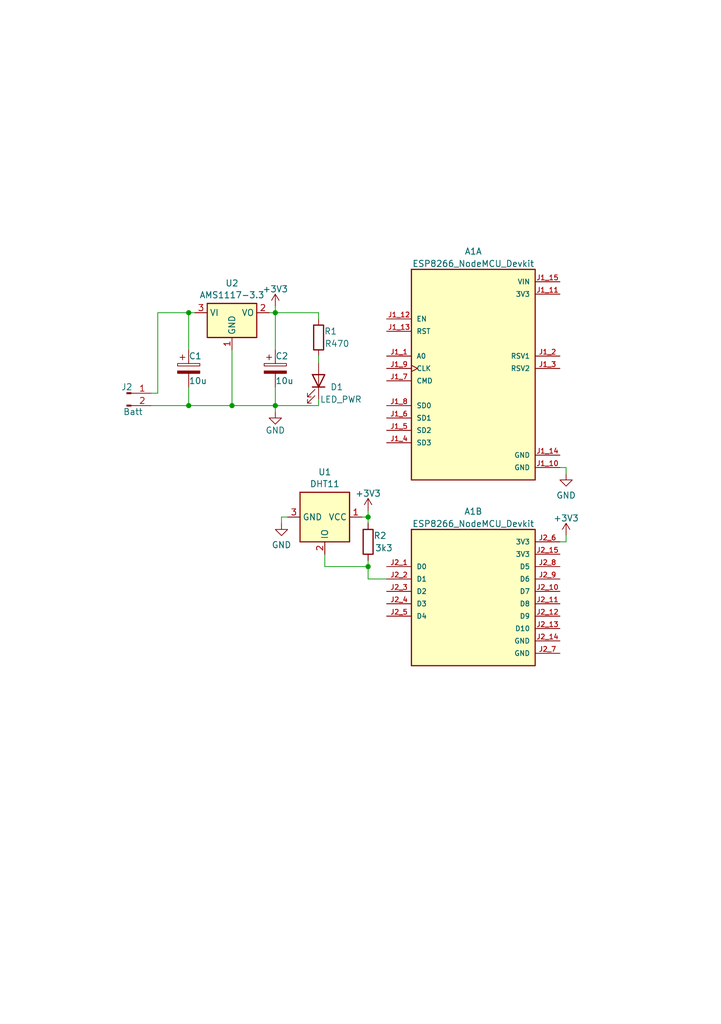
<source format=kicad_sch>
(kicad_sch (version 20230121) (generator eeschema)
  (paper "A5" portrait)
  (title_block (title "Smart Heating System - DHT Node") (date "2023-06-15") (rev "Rev 1.1") (company "University of Bolton") (comment 4 "Designed by: Erik Zsolt Kis-Varga"))
  (lib_symbols
    (symbol "8266Node:DHT11_Module"
      (property "Reference" "U" (at -3.81 6.35 0))
      (property "Value" "DHT11" (at 3.81 6.35 0))
      (symbol "DHT11_Module_0_1"
        (rectangle (start -5.08 5.08) (end 5.08 -5.08) (stroke (width 0.254)) (fill (type background)))
      )
      (symbol "DHT11_Module_1_1"
        (pin power_in line (at 0 7.62 270) (length 2.54) (name "VCC") (number "1"))
        (pin bidirectional line (at 7.62 0 180) (length 2.54) (name "IO") (number "2"))
        (pin power_in line (at 0 -7.62 90) (length 2.54) (name "GND") (number "3"))
      )
    )
    (symbol "8266Node:ESP8266_NodeMCU_Devkit" (pin_names (offset 1.016))
      (property "Reference" "A?" (at 0 16.3998 0))
      (property "Value" "ESP8266_NodeMCU_Devkit" (at 0 13.8629 0))
      (symbol "ESP8266_NodeMCU_Devkit_1_0"
        (rectangle (start -12.7 -22.86) (end 12.7 20.32) (stroke (width 0.254)) (fill (type background)))
        (pin bidirectional line (at -17.78 2.54 0) (length 5.08) (name "A0") (number "J1_1"))
        (pin power_in line (at 17.78 -20.32 180) (length 5.08) (name "GND") (number "J1_10"))
        (pin power_in line (at 17.78 15.24 180) (length 5.08) (name "3V3") (number "J1_11"))
        (pin input line (at -17.78 10.16 0) (length 5.08) (name "EN") (number "J1_12"))
        (pin input line (at -17.78 7.62 0) (length 5.08) (name "RST") (number "J1_13"))
        (pin power_in line (at 17.78 -17.78 180) (length 5.08) (name "GND") (number "J1_14"))
        (pin power_in line (at 17.78 17.78 180) (length 5.08) (name "VIN") (number "J1_15"))
        (pin bidirectional line (at 17.78 2.54 180) (length 5.08) (name "RSV1") (number "J1_2"))
        (pin bidirectional line (at 17.78 0 180) (length 5.08) (name "RSV2") (number "J1_3"))
        (pin bidirectional line (at -17.78 -15.24 0) (length 5.08) (name "SD3") (number "J1_4"))
        (pin bidirectional line (at -17.78 -12.7 0) (length 5.08) (name "SD2") (number "J1_5"))
        (pin bidirectional line (at -17.78 -10.16 0) (length 5.08) (name "SD1") (number "J1_6"))
        (pin bidirectional line (at -17.78 -2.54 0) (length 5.08) (name "CMD") (number "J1_7"))
        (pin bidirectional line (at -17.78 -7.62 0) (length 5.08) (name "SD0") (number "J1_8"))
        (pin bidirectional clock (at -17.78 0 0) (length 5.08) (name "CLK") (number "J1_9"))
      )
      (symbol "ESP8266_NodeMCU_Devkit_2_0"
        (rectangle (start -12.7 -15.24) (end 12.7 12.7) (stroke (width 0.254)) (fill (type background)))
        (pin bidirectional line (at -17.78 5.08 0) (length 5.08) (name "D0") (number "J2_1"))
        (pin bidirectional line (at 17.78 0 180) (length 5.08) (name "D7") (number "J2_10"))
        (pin bidirectional line (at 17.78 -2.54 180) (length 5.08) (name "D8") (number "J2_11"))
        (pin bidirectional line (at 17.78 -5.08 180) (length 5.08) (name "D9") (number "J2_12"))
        (pin bidirectional line (at 17.78 -7.62 180) (length 5.08) (name "D10") (number "J2_13"))
        (pin power_in line (at 17.78 -10.16 180) (length 5.08) (name "GND") (number "J2_14"))
        (pin power_in line (at 17.78 7.62 180) (length 5.08) (name "3V3") (number "J2_15"))
        (pin bidirectional line (at -17.78 2.54 0) (length 5.08) (name "D1") (number "J2_2"))
        (pin bidirectional line (at -17.78 0 0) (length 5.08) (name "D2") (number "J2_3"))
        (pin bidirectional line (at -17.78 -2.54 0) (length 5.08) (name "D3") (number "J2_4"))
        (pin bidirectional line (at -17.78 -5.08 0) (length 5.08) (name "D4") (number "J2_5"))
        (pin power_in line (at 17.78 10.16 180) (length 5.08) (name "3V3") (number "J2_6"))
        (pin power_in line (at 17.78 -12.7 180) (length 5.08) (name "GND") (number "J2_7"))
        (pin bidirectional line (at 17.78 5.08 180) (length 5.08) (name "D5") (number "J2_8"))
        (pin bidirectional line (at 17.78 2.54 180) (length 5.08) (name "D6") (number "J2_9"))
      )
    )
    (symbol "Connector:Conn_01x02_Pin" (pin_names (offset 1.016) hide)
      (property "Reference" "J" (at 0 2.54 0))
      (property "Value" "Conn_01x02_Pin" (at 0 -5.08 0))
      (symbol "Conn_01x02_Pin_1_1"
        (polyline (pts (xy 1.27 -2.54) (xy 0.8636 -2.54)) (stroke (width 0.1524)))
        (polyline (pts (xy 1.27 0) (xy 0.8636 0)) (stroke (width 0.1524)))
        (rectangle (start 0.8636 -2.413) (end 0 -2.667) (stroke (width 0.1524)) (fill (type outline)))
        (rectangle (start 0.8636 0.127) (end 0 -0.127) (stroke (width 0.1524)) (fill (type outline)))
        (pin passive line (at 5.08 0 180) (length 3.81) (name "Pin_1") (number "1"))
        (pin passive line (at 5.08 -2.54 180) (length 3.81) (name "Pin_2") (number "2"))
      )
    )
    (symbol "Device:C_Polarized" (pin_numbers hide) (pin_names (offset 0.254))
      (property "Reference" "C" (at 0.635 2.54 0))
      (property "Value" "C_Polarized" (at 0.635 -2.54 0))
      (symbol "C_Polarized_0_1"
        (rectangle (start -2.286 0.508) (end 2.286 1.016))
        (polyline (pts (xy -1.778 2.286) (xy -0.762 2.286)))
        (polyline (pts (xy -1.27 2.794) (xy -1.27 1.778)))
        (rectangle (start 2.286 -0.508) (end -2.286 -1.016) (fill (type outline)))
      )
      (symbol "C_Polarized_1_1"
        (pin passive line (at 0 3.81 270) (length 2.794) (name "~") (number "1"))
        (pin passive line (at 0 -3.81 90) (length 2.794) (name "~") (number "2"))
      )
    )
    (symbol "Device:LED" (pin_numbers hide) (pin_names (offset 1.016) hide)
      (property "Reference" "D" (at 0 2.54 0))
      (property "Value" "LED" (at 0 -2.54 0))
      (symbol "LED_0_1"
        (polyline (pts (xy -1.27 -1.27) (xy -1.27 1.27)) (stroke (width 0.254)))
        (polyline (pts (xy -1.27 0) (xy 1.27 0)))
        (polyline (pts (xy 1.27 -1.27) (xy 1.27 1.27) (xy -1.27 0) (xy 1.27 -1.27)) (stroke (width 0.254)))
        (polyline (pts (xy -3.048 -0.762) (xy -4.572 -2.286) (xy -3.81 -2.286) (xy -4.572 -2.286) (xy -4.572 -1.524)))
        (polyline (pts (xy -1.778 -0.762) (xy -3.302 -2.286) (xy -2.54 -2.286) (xy -3.302 -2.286) (xy -3.302 -1.524)))
      )
      (symbol "LED_1_1"
        (pin passive line (at -3.81 0 0) (length 2.54) (name "K") (number "1"))
        (pin passive line (at 3.81 0 180) (length 2.54) (name "A") (number "2"))
      )
    )
    (symbol "Device:R" (pin_numbers hide) (pin_names (offset 0))
      (property "Reference" "R" (at 2.032 0 90))
      (property "Value" "R" (at 0 0 90))
      (symbol "R_0_1"
        (rectangle (start -1.016 -2.54) (end 1.016 2.54) (stroke (width 0.254)))
      )
      (symbol "R_1_1"
        (pin passive line (at 0 3.81 270) (length 1.27) (name "~") (number "1"))
        (pin passive line (at 0 -3.81 90) (length 1.27) (name "~") (number "2"))
      )
    )
    (symbol "ESP8266_NodeMCU_Devkit_1" (pin_names (offset 1.016))
      (property "Reference" "A?" (at 0 16.3998 0))
      (property "Value" "ESP8266_NodeMCU_Devkit" (at 0 13.8629 0))
      (symbol "ESP8266_NodeMCU_Devkit_1_1_0"
        (rectangle (start -12.7 -22.86) (end 12.7 20.32) (stroke (width 0.254)) (fill (type background)))
        (pin bidirectional line (at -17.78 2.54 0) (length 5.08) (name "A0") (number "J1_1"))
        (pin power_in line (at 17.78 -20.32 180) (length 5.08) (name "GND") (number "J1_10"))
        (pin power_in line (at 17.78 15.24 180) (length 5.08) (name "3V3") (number "J1_11"))
        (pin input line (at -17.78 10.16 0) (length 5.08) (name "EN") (number "J1_12"))
        (pin input line (at -17.78 7.62 0) (length 5.08) (name "RST") (number "J1_13"))
        (pin power_in line (at 17.78 -20.32 180) (length 5.08) (name "GND") (number "J1_14"))
        (pin power_in line (at 17.78 17.78 180) (length 5.08) (name "VIN") (number "J1_15"))
        (pin bidirectional line (at 17.78 2.54 180) (length 5.08) (name "RSV1") (number "J1_2"))
        (pin bidirectional line (at 17.78 0 180) (length 5.08) (name "RSV2") (number "J1_3"))
        (pin bidirectional line (at -17.78 -15.24 0) (length 5.08) (name "SD3") (number "J1_4"))
        (pin bidirectional line (at -17.78 -12.7 0) (length 5.08) (name "SD2") (number "J1_5"))
        (pin bidirectional line (at -17.78 -10.16 0) (length 5.08) (name "SD1") (number "J1_6"))
        (pin bidirectional line (at -17.78 -2.54 0) (length 5.08) (name "CMD") (number "J1_7"))
        (pin bidirectional line (at -17.78 -7.62 0) (length 5.08) (name "SD0") (number "J1_8"))
        (pin bidirectional clock (at -17.78 0 0) (length 5.08) (name "CLK") (number "J1_9"))
      )
      (symbol "ESP8266_NodeMCU_Devkit_1_2_0"
        (rectangle (start -12.7 -15.24) (end 12.7 12.7) (stroke (width 0.254)) (fill (type background)))
        (pin bidirectional line (at -17.78 5.08 0) (length 5.08) (name "D0") (number "J2_1"))
        (pin bidirectional line (at 17.78 0 180) (length 5.08) (name "D7") (number "J2_10"))
        (pin bidirectional line (at 17.78 -2.54 180) (length 5.08) (name "D8") (number "J2_11"))
        (pin bidirectional line (at 17.78 -5.08 180) (length 5.08) (name "D9") (number "J2_12"))
        (pin bidirectional line (at 17.78 -7.62 180) (length 5.08) (name "D10") (number "J2_13"))
        (pin power_in line (at 17.78 -10.16 180) (length 5.08) (name "GND") (number "J2_14"))
        (pin power_in line (at 17.78 7.62 180) (length 5.08) (name "3V3") (number "J2_15"))
        (pin bidirectional line (at -17.78 2.54 0) (length 5.08) (name "D1") (number "J2_2"))
        (pin bidirectional line (at -17.78 0 0) (length 5.08) (name "D2") (number "J2_3"))
        (pin bidirectional line (at -17.78 -2.54 0) (length 5.08) (name "D3") (number "J2_4"))
        (pin bidirectional line (at -17.78 -5.08 0) (length 5.08) (name "D4") (number "J2_5"))
        (pin power_in line (at 17.78 10.16 180) (length 5.08) (name "3V3") (number "J2_6"))
        (pin power_in line (at 17.78 -12.7 180) (length 5.08) (name "GND") (number "J2_7"))
        (pin bidirectional line (at 17.78 5.08 180) (length 5.08) (name "D5") (number "J2_8"))
        (pin bidirectional line (at 17.78 2.54 180) (length 5.08) (name "D6") (number "J2_9"))
      )
    )
    (symbol "Regulator_Linear:AMS1117-3.3"
      (property "Reference" "U" (at -3.81 3.175 0))
      (property "Value" "AMS1117-3.3" (at 0 3.175 0))
      (symbol "AMS1117-3.3_0_1"
        (rectangle (start -5.08 -5.08) (end 5.08 1.905) (stroke (width 0.254)) (fill (type background)))
      )
      (symbol "AMS1117-3.3_1_1"
        (pin power_in line (at 0 -7.62 90) (length 2.54) (name "GND") (number "1"))
        (pin power_out line (at 7.62 0 180) (length 2.54) (name "VO") (number "2"))
        (pin power_in line (at -7.62 0 0) (length 2.54) (name "VI") (number "3"))
      )
    )
    (symbol "power:+3.3V" (power) (pin_names (offset 0))
      (property "Value" "+3.3V" (at 0 3.556 0))
      (symbol "+3.3V_0_1"
        (polyline (pts (xy -0.762 1.27) (xy 0 2.54)))
        (polyline (pts (xy 0 0) (xy 0 2.54)))
        (polyline (pts (xy 0 2.54) (xy 0.762 1.27)))
      )
      (symbol "+3.3V_1_1"
        (pin power_in line (at 0 0 90) (length 0) hide (name "+3V3") (number "1"))
      )
    )
    (symbol "power:GND" (power) (pin_names (offset 0))
      (property "Value" "GND" (at 0 -3.81 0))
      (symbol "GND_0_1"
        (polyline (pts (xy 0 0) (xy 0 -1.27) (xy 1.27 -1.27) (xy 0 -2.54) (xy -1.27 -1.27) (xy 0 -1.27)))
      )
      (symbol "GND_1_1"
        (pin power_in line (at 0 0 270) (length 0) hide (name "GND") (number "1"))
      )
    )
  )
  (junction (at 38.735 83.185))
  (junction (at 47.625 83.185))
  (junction (at 56.515 64.135))
  (junction (at 56.515 83.185))
  (junction (at 75.565 106.045))
  (junction (at 38.735 64.135))
  (junction (at 75.565 116.205))
  (wire (pts (xy 38.735 64.135) (xy 38.735 71.755)))
  (wire (pts (xy 75.565 116.205) (xy 75.565 118.745)))
  (wire (pts (xy 38.735 83.185) (xy 38.735 79.375)))
  (wire (pts (xy 56.515 83.185) (xy 65.405 83.185)))
  (wire (pts (xy 116.205 97.155) (xy 116.205 95.885)))
  (wire (pts (xy 75.565 114.935) (xy 75.565 116.205)))
  (wire (pts (xy 114.935 95.885) (xy 116.205 95.885)))
  (wire (pts (xy 32.385 80.645) (xy 32.385 64.135)))
  (wire (pts (xy 40.005 64.135) (xy 38.735 64.135)))
  (wire (pts (xy 56.515 79.375) (xy 56.515 83.185)))
  (wire (pts (xy 56.515 83.185) (xy 47.625 83.185)))
  (wire (pts (xy 66.675 116.205) (xy 75.565 116.205)))
  (wire (pts (xy 75.565 106.045) (xy 75.565 107.315)))
  (wire (pts (xy 114.935 111.125) (xy 116.205 111.125)))
  (wire (pts (xy 66.675 113.665) (xy 66.675 116.205)))
  (wire (pts (xy 74.295 106.045) (xy 75.565 106.045)))
  (wire (pts (xy 31.115 83.185) (xy 38.735 83.185)))
  (wire (pts (xy 116.205 109.855) (xy 116.205 111.125)))
  (wire (pts (xy 75.565 106.045) (xy 75.565 104.775)))
  (wire (pts (xy 31.115 80.645) (xy 32.385 80.645)))
  (wire (pts (xy 32.385 64.135) (xy 38.735 64.135)))
  (wire (pts (xy 57.785 107.315) (xy 57.785 106.045)))
  (wire (pts (xy 56.515 71.755) (xy 56.515 64.135)))
  (wire (pts (xy 75.565 118.745) (xy 79.375 118.745)))
  (wire (pts (xy 65.405 81.915) (xy 65.405 83.185)))
  (wire (pts (xy 56.515 83.185) (xy 56.515 84.455)))
  (wire (pts (xy 56.515 62.865) (xy 56.515 64.135)))
  (wire (pts (xy 57.785 106.045) (xy 59.055 106.045)))
  (wire (pts (xy 56.515 64.135) (xy 65.405 64.135)))
  (wire (pts (xy 56.515 64.135) (xy 55.245 64.135)))
  (wire (pts (xy 47.625 83.185) (xy 38.735 83.185)))
  (wire (pts (xy 65.405 65.405) (xy 65.405 64.135)))
  (wire (pts (xy 65.405 73.025) (xy 65.405 74.295)))
  (wire (pts (xy 47.625 71.755) (xy 47.625 83.185)))
  (symbol (lib_id "power:+3.3V") (at 56.515 62.865 0) (unit 1)
    (property "Reference" "#PWR01" (effects hide))
    (property "Value" "+3.3V" (at 56.515 59.2892 0))
  )
  (symbol (lib_id "Device:C_Polarized") (at 38.735 75.565 0) (unit 1)
    (property "Reference" "C1" (at 38.735 73.025 0) (effects (justify left)))
    (property "Value" "10u" (at 38.735 78.105 0) (effects (justify left)))
    (property "Footprint" "Capacitor_THT:CP_Radial_D6.3mm_P2.50mm" (effects hide))
  )
  (symbol (lib_id "Connector:Conn_01x02_Pin") (at 26.035 80.645 0) (unit 1)
    (property "Reference" "J2" (at 26.035 79.375 0))
    (property "Value" "Batt" (at 27.305 84.455 0))
    (property "Footprint" "Connector_Molex:Molex_KK-254_AE-6410-02A_1x02_P2.54mm_Vertical" (effects hide))
  )
  (symbol (lib_id "power:GND") (at 56.515 84.455 0) (mirror y) (unit 1)
    (property "Reference" "#PWR02" (effects hide))
    (property "Value" "GND" (at 56.515 88.265 0))
  )
  (symbol (lib_id "power:+3.3V") (at 75.565 104.775 0) (unit 1)
    (property "Reference" "#PWR0103" (effects hide))
    (property "Value" "+3.3V" (at 75.565 101.1992 0))
  )
  (symbol (lib_id "Device:R") (at 75.565 111.125 0) (mirror y) (unit 1)
    (property "Reference" "R2" (at 79.375 109.855 0) (effects (justify left)))
    (property "Value" "3k3" (at 80.645 112.395 0) (effects (justify left)))
    (property "Footprint" "Resistor_SMD:R_0805_2012Metric_Pad1.20x1.40mm_HandSolder" (effects hide))
  )
  (symbol (lib_id "8266Node:ESP8266_NodeMCU_Devkit") (at 97.155 75.565 0) (unit 1)
    (property "Reference" "A1" (at 97.155 51.5452 0))
    (property "Value" "ESP8266_NodeMCU_Devkit" (at 97.155 54.0821 0))
    (property "Footprint" "8266Node:ESP8266_NodeMCU_Devkit" (effects hide))
    (property "PARTREV" "N/A" (effects hide))
    (property "STANDARD" "Manufacturer Recommendations" (effects hide))
    (property "MAXIMUM_PACKAGE_HEIGHT" "N/A" (effects hide))
    (property "MANUFACTURER" "Seeed" (effects hide))
  )
  (symbol (lib_id "power:GND") (at 57.785 107.315 0) (unit 1)
    (property "Reference" "#PWR0104" (effects hide))
    (property "Value" "GND" (at 57.785 111.7584 0))
  )
  (symbol (lib_id "Regulator_Linear:AMS1117-3.3") (at 47.625 64.135 0) (unit 1)
    (property "Reference" "U2" (at 47.625 58.0857 0))
    (property "Value" "AMS1117-3.3" (at 47.625 60.5099 0))
    (property "Footprint" "Package_TO_SOT_SMD:SOT-223-3_TabPin2" (effects hide))
    (property "Datasheet" "http://www.advanced-monolithic.com/pdf/ds1117.pdf" (effects hide))
  )
  (symbol (lib_id "Device:R") (at 65.405 69.215 0) (mirror y) (unit 1)
    (property "Reference" "R1" (at 69.215 67.945 0) (effects (justify left)))
    (property "Value" "R470" (at 71.755 70.485 0) (effects (justify left)))
    (property "Footprint" "Resistor_SMD:R_0805_2012Metric_Pad1.20x1.40mm_HandSolder" (effects hide))
  )
  (symbol (lib_id "Device:C_Polarized") (at 56.515 75.565 0) (unit 1)
    (property "Reference" "C2" (at 56.515 73.025 0) (effects (justify left)))
    (property "Value" "10u" (at 56.515 78.105 0) (effects (justify left)))
    (property "Footprint" "Capacitor_THT:CP_Radial_D6.3mm_P2.50mm" (effects hide))
  )
  (symbol (lib_id "power:GND") (at 116.205 97.155 0) (unit 1)
    (property "Reference" "#PWR0101" (effects hide))
    (property "Value" "GND" (at 116.205 101.5984 0))
  )
  (symbol (lib_id "power:+3.3V") (at 116.205 109.855 0) (unit 1)
    (property "Reference" "#PWR0102" (effects hide))
    (property "Value" "+3.3V" (at 116.205 106.2792 0))
  )
  (symbol (lib_name "ESP8266_NodeMCU_Devkit_1") (lib_id "8266Node:ESP8266_NodeMCU_Devkit") (at 97.155 121.285 0) (unit 2)
    (property "Reference" "A1" (at 97.155 104.8852 0))
    (property "Value" "ESP8266_NodeMCU_Devkit" (at 97.155 107.4221 0))
    (property "Footprint" "8266Node:ESP8266_NodeMCU_Devkit" (effects hide))
    (property "PARTREV" "N/A" (effects hide))
    (property "STANDARD" "Manufacturer Recommendations" (effects hide))
    (property "MAXIMUM_PACKAGE_HEIGHT" "N/A" (effects hide))
    (property "MANUFACTURER" "Seeed" (effects hide))
  )
  (symbol (lib_id "8266Node:DHT11_Module") (at 66.675 106.045 270) (unit 1)
    (property "Reference" "U1" (at 66.675 96.8207 90))
    (property "Value" "DHT11" (at 66.675 99.2449 90))
    (property "Footprint" "8266Node:DHT11_Module" (effects hide))
    (property "Datasheet" "http://akizukidenshi.com/download/ds/aosong/DHT11.pdf" (effects hide))
  )
  (symbol (lib_id "Device:LED") (at 65.405 78.105 270) (mirror x) (unit 1)
    (property "Reference" "D1" (at 70.485 79.375 90) (effects (justify right)))
    (property "Value" "LED_PWR" (at 74.295 81.915 90) (effects (justify right)))
    (property "Footprint" "LED_THT:LED_D3.0mm" (effects hide))
  )
)
</source>
